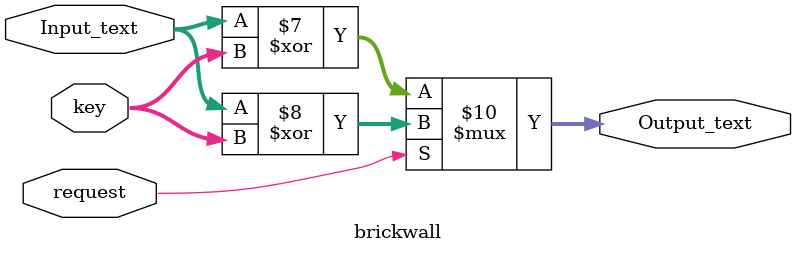
<source format=v>

module brickwall(input [31:0]Input_text,key, input request, output reg [31:0] Output_text);
reg [15:0] transposition, modulation;
integer i;

always @(*)
begin
if (key[31:27]<key[10:6]) begin
transposition={3'b1,key[20:10],2'b01};
//$display(" 1 Transposition %0b",transposition);
end
else if (key[21:17]>key[30:26]) begin
transposition={3'b1,key[26:14],1'b10};
//$display(" 2 Transposition 0x%0b",transposition);
end
else if (key[19:11]<key[29:21]) begin
transposition={3'b1,key[13:2],2'b01}; //=========
//$display(" 3 Transposition 0x%0b",transposition);
end
else if (key[23:1]>key[28:6])begin
transposition={3'b1,key[25:15],3'b011};
//$display(" 4 Transposition 0x%0b",transposition);
end

if (request==1'b0) begin
// =================== ENCRYPTOR ====================
//Output_text=Output_text-transposition;
Output_text=Input_text^key;
// ******* HASHING *******

// ================ END OF ENCRYPTOR ================
end

else begin
// =================== DECRYPTOR ===================
Output_text=Input_text^key;
//Output_text=Output_text+transposition;
// ******* HASHING *******

// =============== END OF DECRYPTOR ================
end

end


endmodule
</source>
